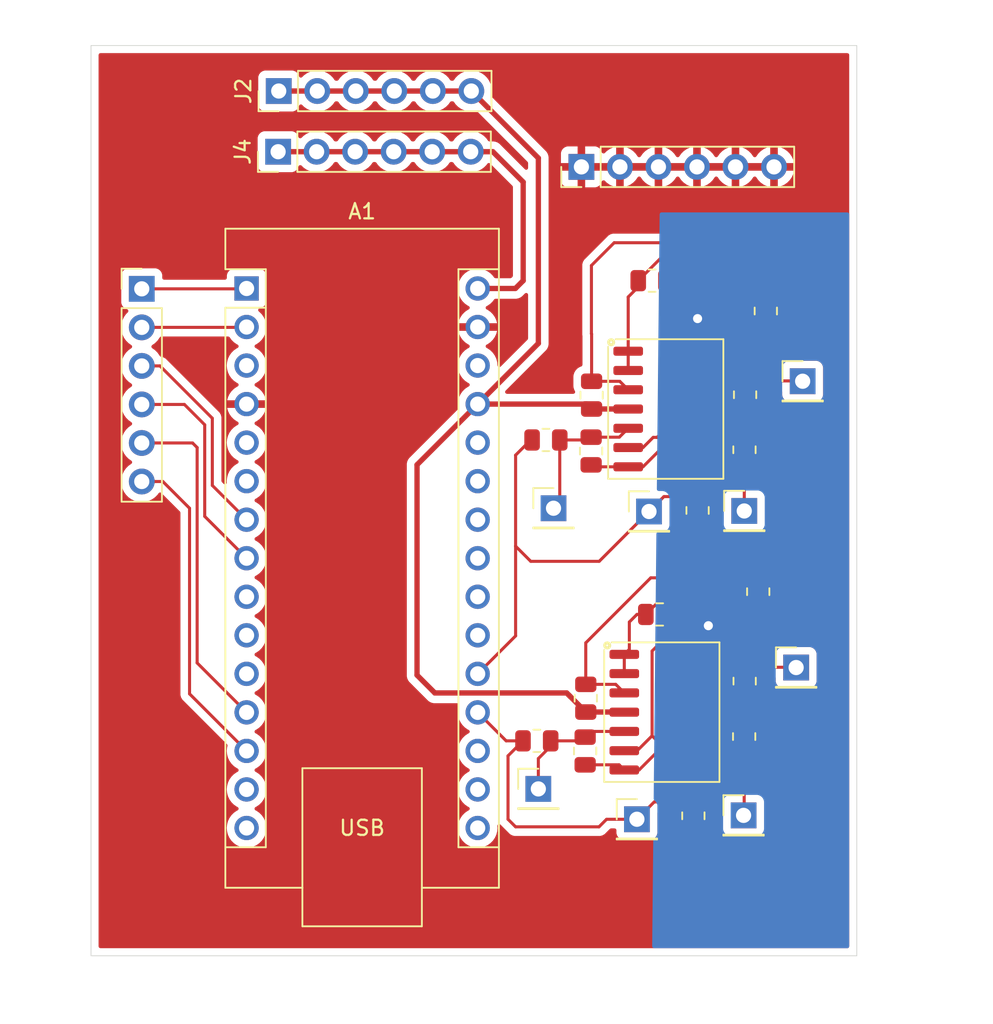
<source format=kicad_pcb>
(kicad_pcb (version 20240108) (generator "pcbnew") (generator_version "8.0")
  (layers (0 "F.Cu" signal) (31 "B.Cu" signal) (34 "B.Paste" user) (35 "F.Paste" user) (36 "B.SilkS" user "B.Silkscreen") (37 "F.SilkS" user "F.Silkscreen") (38 "B.Mask" user) (39 "F.Mask" user) (44 "Edge.Cuts" user))
  (net 0 "")
  (net 1 "LED RED")
  (net 11 "+3.3V")
  (net 12 "OLED SCL")
  (net 17 "Servomoteur T")
  (net 18 "Servomoteur R")
  (net 20 "OLED SDA")
  (net 23 "LED GREEN")
  (net 26 "A1 - STM32")
  (net 27 "Net-(OUT_A1-Pin_1)")
  (net 28 "Net-(OUT_B1-Pin_1)")
  (net 29 "Net-(U1A-+)")
  (net 30 "GND")
  (net 31 "Net-(U1B--)")
  (net 32 "Net-(SENSOR1-Pin_1)")
  (net 33 "Net-(U1C-+)")
  (net 34 "+5V")
  (net 35 "Net-(U1D--)")
  (net 36 "A0 - STM32")
  (net 37 "Net-(OUT_A2-Pin_1)")
  (net 38 "Net-(OUT_B2-Pin_1)")
  (net 39 "Net-(U2A-+)")
  (net 40 "Net-(U2B--)")
  (net 41 "Net-(SENSOR2-Pin_1)")
  (net 42 "Net-(U2C-+)")
  (net 43 "Net-(U2D--)")
  (footprint "Resistor_SMD:R_0805_2012Metric" (layer "F.Cu") (at 115.572477 68.548684 90)
    (property "Reference" "R4" (hide yes))
    (property "Value" "1k" (hide yes))
    (fp_line (start -0.227064 -0.735) (end 0.227064 -0.735) (stroke (width 0.12)) (layer "F.SilkS"))
    (fp_line (start -0.227064 0.735) (end 0.227064 0.735) (stroke (width 0.12)) (layer "F.SilkS"))
    (pad "1" smd roundrect (at -0.9125 0 90) (size 1.025 1.4) (layers "F.Cu" "F.Paste" "F.Mask") (roundrect_rratio 0.243902) (net 28 "Net-(OUT_B1-Pin_1)"))
    (pad "2" smd roundrect (at 0.9125 0 90) (size 1.025 1.4) (layers "F.Cu" "F.Paste" "F.Mask") (roundrect_rratio 0.243902) (net 31 "Net-(U1B--)"))
  )
  (footprint "PCM_Package_SO_AKL:SOIC-14_3.9x8.7mm_P1.27mm" (layer "F.Cu") (at 110.142996 66.941439)
    (property "Reference" "U1" (hide yes))
    (property "Value" "ADA4622-4ARZ" (hide yes))
    (fp_line (start -3.8 -4.1) (end -3.8 4.6) (stroke (width 0.12)) (layer "F.SilkS"))
    (fp_line (start -3.8 4.6) (end 3.8 4.6) (stroke (width 0.12)) (layer "F.SilkS"))
    (fp_line (start 3.8 -4.6) (end -3.3 -4.6) (stroke (width 0.12)) (layer "F.SilkS"))
    (fp_line (start 3.8 4.6) (end 3.8 -4.6) (stroke (width 0.12)) (layer "F.SilkS"))
    (fp_circle (center -3.6 -4.4) (end -3.5365 -4.4) (stroke (width 0.2)) (fill none) (layer "F.SilkS"))
    (pad "1" smd roundrect (at -2.475 -3.81) (size 1.95 0.6) (layers "F.Cu" "F.Paste" "F.Mask") (net 27 "Net-(OUT_A1-Pin_1)"))
    (pad "2" smd roundrect (at -2.475 -2.54) (size 1.95 0.6) (layers "F.Cu" "F.Paste" "F.Mask") (net 27 "Net-(OUT_A1-Pin_1)"))
    (pad "3" smd roundrect (at -2.475 -1.27) (size 1.95 0.6) (layers "F.Cu" "F.Paste" "F.Mask") (net 29 "Net-(U1A-+)"))
    (pad "4" smd roundrect (at -2.475 0) (size 1.95 0.6) (layers "F.Cu" "F.Paste" "F.Mask") (net 34 "+5V"))
    (pad "5" smd roundrect (at -2.475 1.27) (size 1.95 0.6) (layers "F.Cu" "F.Paste" "F.Mask") (net 32 "Net-(SENSOR1-Pin_1)"))
    (pad "6" smd roundrect (at -2.475 2.54) (size 1.95 0.6) (layers "F.Cu" "F.Paste" "F.Mask") (net 31 "Net-(U1B--)"))
    (pad "7" smd roundrect (at -2.475 3.81) (size 1.95 0.6) (layers "F.Cu" "F.Paste" "F.Mask") (net 28 "Net-(OUT_B1-Pin_1)"))
    (pad "8" smd roundrect (at 2.475 3.81) (size 1.95 0.6) (layers "F.Cu" "F.Paste" "F.Mask") (net 36 "A0 - STM32"))
    (pad "9" smd roundrect (at 2.475 2.54) (size 1.95 0.6) (layers "F.Cu" "F.Paste" "F.Mask") (net 28 "Net-(OUT_B1-Pin_1)"))
    (pad "10" smd roundrect (at 2.475 1.27) (size 1.95 0.6) (layers "F.Cu" "F.Paste" "F.Mask") (net 33 "Net-(U1C-+)"))
    (pad "11" smd roundrect (at 2.475 0) (size 1.95 0.6) (layers "F.Cu" "F.Paste" "F.Mask") (net 30 "GND"))
    (pad "12" smd roundrect (at 2.475 -1.27) (size 1.95 0.6) (layers "F.Cu" "F.Paste" "F.Mask") (net 30 "GND"))
    (pad "13" smd roundrect (at 2.475 -2.54) (size 1.95 0.6) (layers "F.Cu" "F.Paste" "F.Mask") (net 35 "Net-(U1D--)"))
    (pad "14" smd roundrect (at 2.475 -3.81) (size 1.95 0.6) (layers "F.Cu" "F.Paste" "F.Mask") (net 35 "Net-(U1D--)"))
  )
  (footprint "Resistor_SMD:R_0805_2012Metric" (layer "F.Cu") (at 115.592136 49.645966 90)
    (property "Reference" "R13" (hide yes))
    (property "Value" "1k" (hide yes))
    (fp_line (start -0.227064 -0.735) (end 0.227064 -0.735) (stroke (width 0.12)) (layer "F.SilkS"))
    (fp_line (start -0.227064 0.735) (end 0.227064 0.735) (stroke (width 0.12)) (layer "F.SilkS"))
    (pad "1" smd roundrect (at -0.9125 0 90) (size 1.025 1.4) (layers "F.Cu" "F.Paste" "F.Mask") (roundrect_rratio 0.243902) (net 38 "Net-(OUT_B2-Pin_1)"))
    (pad "2" smd roundrect (at 0.9125 0 90) (size 1.025 1.4) (layers "F.Cu" "F.Paste" "F.Mask") (roundrect_rratio 0.243902) (net 40 "Net-(U2B--)"))
  )
  (footprint "Connector_PinHeader_2.54mm:PinHeader_1x01_P2.54mm_Vertical" (layer "F.Cu") (at 115.533159 73.744347)
    (property "Reference" "OUT_B1" (hide yes))
    (property "Value" "Conn_01x01_Pin" (hide yes))
    (fp_line (start -1.33 -1.33) (end 0 -1.33) (stroke (width 0.12)) (layer "F.SilkS"))
    (fp_line (start -1.33 0) (end -1.33 -1.33) (stroke (width 0.12)) (layer "F.SilkS"))
    (fp_line (start -1.33 1.27) (end -1.33 1.33) (stroke (width 0.12)) (layer "F.SilkS"))
    (fp_line (start -1.33 1.27) (end 1.33 1.27) (stroke (width 0.12)) (layer "F.SilkS"))
    (fp_line (start -1.33 1.33) (end 1.33 1.33) (stroke (width 0.12)) (layer "F.SilkS"))
    (fp_line (start 1.33 1.27) (end 1.33 1.33) (stroke (width 0.12)) (layer "F.SilkS"))
    (pad "1" thru_hole rect (at 0 0) (size 1.7 1.7) (drill 1) (layers "*.Cu" "*.Mask") (net 28 "Net-(OUT_B1-Pin_1)"))
  )
  (footprint "Connector_PinHeader_2.54mm:PinHeader_1x01_P2.54mm_Vertical" (layer "F.Cu") (at 119 64)
    (property "Reference" "OUT_A1" (hide yes))
    (property "Value" "Conn_01x01_Pin" (hide yes))
    (fp_line (start -1.33 -1.33) (end 0 -1.33) (stroke (width 0.12)) (layer "F.SilkS"))
    (fp_line (start -1.33 0) (end -1.33 -1.33) (stroke (width 0.12)) (layer "F.SilkS"))
    (fp_line (start -1.33 1.27) (end -1.33 1.33) (stroke (width 0.12)) (layer "F.SilkS"))
    (fp_line (start -1.33 1.27) (end 1.33 1.27) (stroke (width 0.12)) (layer "F.SilkS"))
    (fp_line (start -1.33 1.33) (end 1.33 1.33) (stroke (width 0.12)) (layer "F.SilkS"))
    (fp_line (start 1.33 1.27) (end 1.33 1.33) (stroke (width 0.12)) (layer "F.SilkS"))
    (pad "1" thru_hole rect (at 0 0) (size 1.7 1.7) (drill 1) (layers "*.Cu" "*.Mask") (net 27 "Net-(OUT_A1-Pin_1)"))
  )
  (footprint "Connector_PinHeader_2.54mm:PinHeader_1x01_P2.54mm_Vertical" (layer "F.Cu") (at 115.57903 53.679435)
    (property "Reference" "OUT_B2" (hide yes))
    (property "Value" "Conn_01x01_Pin" (hide yes))
    (fp_line (start -1.33 -1.33) (end 0 -1.33) (stroke (width 0.12)) (layer "F.SilkS"))
    (fp_line (start -1.33 0) (end -1.33 -1.33) (stroke (width 0.12)) (layer "F.SilkS"))
    (fp_line (start -1.33 1.27) (end -1.33 1.33) (stroke (width 0.12)) (layer "F.SilkS"))
    (fp_line (start -1.33 1.27) (end 1.33 1.27) (stroke (width 0.12)) (layer "F.SilkS"))
    (fp_line (start -1.33 1.33) (end 1.33 1.33) (stroke (width 0.12)) (layer "F.SilkS"))
    (fp_line (start 1.33 1.27) (end 1.33 1.33) (stroke (width 0.12)) (layer "F.SilkS"))
    (pad "1" thru_hole rect (at 0 0) (size 1.7 1.7) (drill 1) (layers "*.Cu" "*.Mask") (net 38 "Net-(OUT_B2-Pin_1)"))
  )
  (footprint "Connector_PinHeader_2.54mm:PinHeader_1x06_P2.54mm_Vertical" (layer "F.Cu") (at 84.88 26 90)
    (property "Reference" "J2" (at 0 -2.33 270) (layer "F.SilkS"))
    (property "Value" "Conn_01x06_Pin" (hide yes))
    (fp_line (start -1.33 -1.33) (end 0 -1.33) (stroke (width 0.12)) (layer "F.SilkS"))
    (fp_line (start -1.33 0) (end -1.33 -1.33) (stroke (width 0.12)) (layer "F.SilkS"))
    (fp_line (start 1.33 1.27) (end 1.33 14.03) (stroke (width 0.12)) (layer "F.SilkS"))
    (fp_line (start -1.33 1.27) (end 1.33 1.27) (stroke (width 0.12)) (layer "F.SilkS"))
    (fp_line (start -1.33 1.27) (end -1.33 14.03) (stroke (width 0.12)) (layer "F.SilkS"))
    (fp_line (start -1.33 14.03) (end 1.33 14.03) (stroke (width 0.12)) (layer "F.SilkS"))
    (pad "1" thru_hole rect (at 0 0 90) (size 1.7 1.7) (drill 1) (layers "*.Cu" "*.Mask") (net 34 "+5V"))
    (pad "2" thru_hole oval (at 0 2.54 90) (size 1.7 1.7) (drill 1) (layers "*.Cu" "*.Mask") (net 34 "+5V"))
    (pad "3" thru_hole oval (at 0 5.08 90) (size 1.7 1.7) (drill 1) (layers "*.Cu" "*.Mask") (net 34 "+5V"))
    (pad "4" thru_hole oval (at 0 7.62 90) (size 1.7 1.7) (drill 1) (layers "*.Cu" "*.Mask") (net 34 "+5V"))
    (pad "5" thru_hole oval (at 0 10.16 90) (size 1.7 1.7) (drill 1) (layers "*.Cu" "*.Mask") (net 34 "+5V"))
    (pad "6" thru_hole oval (at 0 12.7 90) (size 1.7 1.7) (drill 1) (layers "*.Cu" "*.Mask") (net 34 "+5V"))
  )
  (footprint "Connector_PinHeader_2.54mm:PinHeader_1x06_P2.54mm_Vertical" (layer "F.Cu") (at 104.84 31 90)
    (property "Reference" "J3" (hide yes))
    (property "Value" "Conn_01x06_Pin" (hide yes))
    (fp_line (start -1.33 -1.33) (end 0 -1.33) (stroke (width 0.12)) (layer "F.SilkS"))
    (fp_line (start -1.33 0) (end -1.33 -1.33) (stroke (width 0.12)) (layer "F.SilkS"))
    (fp_line (start 1.33 1.27) (end 1.33 14.03) (stroke (width 0.12)) (layer "F.SilkS"))
    (fp_line (start -1.33 1.27) (end 1.33 1.27) (stroke (width 0.12)) (layer "F.SilkS"))
    (fp_line (start -1.33 1.27) (end -1.33 14.03) (stroke (width 0.12)) (layer "F.SilkS"))
    (fp_line (start -1.33 14.03) (end 1.33 14.03) (stroke (width 0.12)) (layer "F.SilkS"))
    (pad "1" thru_hole rect (at 0 0 90) (size 1.7 1.7) (drill 1) (layers "*.Cu" "*.Mask") (net 30 "GND"))
    (pad "2" thru_hole oval (at 0 2.54 90) (size 1.7 1.7) (drill 1) (layers "*.Cu" "*.Mask") (net 30 "GND"))
    (pad "3" thru_hole oval (at 0 5.08 90) (size 1.7 1.7) (drill 1) (layers "*.Cu" "*.Mask") (net 30 "GND"))
    (pad "4" thru_hole oval (at 0 7.62 90) (size 1.7 1.7) (drill 1) (layers "*.Cu" "*.Mask") (net 30 "GND"))
    (pad "5" thru_hole oval (at 0 10.16 90) (size 1.7 1.7) (drill 1) (layers "*.Cu" "*.Mask") (net 30 "GND"))
    (pad "6" thru_hole oval (at 0 12.7 90) (size 1.7 1.7) (drill 1) (layers "*.Cu" "*.Mask") (net 30 "GND"))
  )
  (footprint "Resistor_SMD:R_0805_2012Metric" (layer "F.Cu") (at 102.5 49)
    (property "Reference" "R12" (hide yes))
    (property "Value" "1M" (hide yes))
    (fp_line (start -0.227064 -0.735) (end 0.227064 -0.735) (stroke (width 0.12)) (layer "F.SilkS"))
    (fp_line (start -0.227064 0.735) (end 0.227064 0.735) (stroke (width 0.12)) (layer "F.SilkS"))
    (pad "1" smd roundrect (at -0.9125 0) (size 1.025 1.4) (layers "F.Cu" "F.Paste" "F.Mask") (roundrect_rratio 0.243902) (net 26 "A1 - STM32"))
    (pad "2" smd roundrect (at 0.9125 0) (size 1.025 1.4) (layers "F.Cu" "F.Paste" "F.Mask") (roundrect_rratio 0.243902) (net 41 "Net-(SENSOR2-Pin_1)"))
  )
  (footprint "Connector_PinHeader_2.54mm:PinHeader_1x01_P2.54mm_Vertical" (layer "F.Cu") (at 103 53.5)
    (property "Reference" "SENSOR2" (hide yes))
    (property "Value" "Conn_01x01_Pin" (hide yes))
    (fp_line (start -1.33 -1.33) (end 0 -1.33) (stroke (width 0.12)) (layer "F.SilkS"))
    (fp_line (start -1.33 0) (end -1.33 -1.33) (stroke (width 0.12)) (layer "F.SilkS"))
    (fp_line (start -1.33 1.27) (end -1.33 1.33) (stroke (width 0.12)) (layer "F.SilkS"))
    (fp_line (start -1.33 1.27) (end 1.33 1.27) (stroke (width 0.12)) (layer "F.SilkS"))
    (fp_line (start -1.33 1.33) (end 1.33 1.33) (stroke (width 0.12)) (layer "F.SilkS"))
    (fp_line (start 1.33 1.27) (end 1.33 1.33) (stroke (width 0.12)) (layer "F.SilkS"))
    (pad "1" thru_hole rect (at 0 0) (size 1.7 1.7) (drill 1) (layers "*.Cu" "*.Mask") (net 41 "Net-(SENSOR2-Pin_1)"))
  )
  (footprint "Resistor_SMD:R_0805_2012Metric" (layer "F.Cu") (at 115.634004 46.019087 -90)
    (property "Reference" "R15" (hide yes))
    (property "Value" "10k" (hide yes))
    (fp_line (start -0.227064 0.735) (end 0.227064 0.735) (stroke (width 0.12)) (layer "F.SilkS"))
    (fp_line (start -0.227064 -0.735) (end 0.227064 -0.735) (stroke (width 0.12)) (layer "F.SilkS"))
    (pad "1" smd roundrect (at -0.9125 0 270) (size 1.025 1.4) (layers "F.Cu" "F.Paste" "F.Mask") (roundrect_rratio 0.243902) (net 37 "Net-(OUT_A2-Pin_1)"))
    (pad "2" smd roundrect (at 0.9125 0 270) (size 1.025 1.4) (layers "F.Cu" "F.Paste" "F.Mask") (roundrect_rratio 0.243902) (net 42 "Net-(U2C-+)"))
  )
  (footprint "Resistor_SMD:R_0805_2012Metric" (layer "F.Cu") (at 117 40.5 -90)
    (property "Reference" "R10" (hide yes))
    (property "Value" "10k" (hide yes))
    (fp_line (start -0.227064 0.735) (end 0.227064 0.735) (stroke (width 0.12)) (layer "F.SilkS"))
    (fp_line (start -0.227064 -0.735) (end 0.227064 -0.735) (stroke (width 0.12)) (layer "F.SilkS"))
    (pad "1" smd roundrect (at -0.9125 0 270) (size 1.025 1.4) (layers "F.Cu" "F.Paste" "F.Mask") (roundrect_rratio 0.243902) (net 39 "Net-(U2A-+)"))
    (pad "2" smd roundrect (at 0.9125 0 270) (size 1.025 1.4) (layers "F.Cu" "F.Paste" "F.Mask") (roundrect_rratio 0.243902) (net 30 "GND"))
  )
  (footprint "Resistor_SMD:R_0805_2012Metric" (layer "F.Cu") (at 109.5 38.5 180)
    (property "Reference" "R11" (hide yes))
    (property "Value" "1k" (hide yes))
    (fp_line (start -0.227064 0.735) (end 0.227064 0.735) (stroke (width 0.12)) (layer "F.SilkS"))
    (fp_line (start -0.227064 -0.735) (end 0.227064 -0.735) (stroke (width 0.12)) (layer "F.SilkS"))
    (pad "1" smd roundrect (at -0.9125 0 180) (size 1.025 1.4) (layers "F.Cu" "F.Paste" "F.Mask") (roundrect_rratio 0.243902) (net 40 "Net-(U2B--)"))
    (pad "2" smd roundrect (at 0.9125 0 180) (size 1.025 1.4) (layers "F.Cu" "F.Paste" "F.Mask") (roundrect_rratio 0.243902) (net 37 "Net-(OUT_A2-Pin_1)"))
  )
  (footprint "Resistor_SMD:R_0805_2012Metric" (layer "F.Cu") (at 105.511962 46.04543 90)
    (property "Reference" "R9" (hide yes))
    (property "Value" "10k")
    (fp_line (start -0.227064 -0.735) (end 0.227064 -0.735) (stroke (width 0.12)) (layer "F.SilkS"))
    (fp_line (start -0.227064 0.735) (end 0.227064 0.735) (stroke (width 0.12)) (layer "F.SilkS"))
    (pad "1" smd roundrect (at -0.9125 0 90) (size 1.025 1.4) (layers "F.Cu" "F.Paste" "F.Mask") (roundrect_rratio 0.243902) (net 34 "+5V"))
    (pad "2" smd roundrect (at 0.9125 0 90) (size 1.025 1.4) (layers "F.Cu" "F.Paste" "F.Mask") (roundrect_rratio 0.243902) (net 39 "Net-(U2A-+)"))
  )
  (footprint "Resistor_SMD:R_0805_2012Metric" (layer "F.Cu") (at 105.085892 69.498987 -90)
    (property "Reference" "R5" (hide yes))
    (property "Value" "1M" (hide yes))
    (fp_line (start -0.227064 0.735) (end 0.227064 0.735) (stroke (width 0.12)) (layer "F.SilkS"))
    (fp_line (start -0.227064 -0.735) (end 0.227064 -0.735) (stroke (width 0.12)) (layer "F.SilkS"))
    (pad "1" smd roundrect (at -0.9125 0 270) (size 1.025 1.4) (layers "F.Cu" "F.Paste" "F.Mask") (roundrect_rratio 0.243902) (net 32 "Net-(SENSOR1-Pin_1)"))
    (pad "2" smd roundrect (at 0.9125 0 270) (size 1.025 1.4) (layers "F.Cu" "F.Paste" "F.Mask") (roundrect_rratio 0.243902) (net 28 "Net-(OUT_B1-Pin_1)"))
  )
  (footprint "Resistor_SMD:R_0805_2012Metric" (layer "F.Cu") (at 105.479637 49.728428 -90)
    (property "Reference" "R14" (hide yes))
    (property "Value" "1M" (hide yes))
    (fp_line (start -0.227064 0.735) (end 0.227064 0.735) (stroke (width 0.12)) (layer "F.SilkS"))
    (fp_line (start -0.227064 -0.735) (end 0.227064 -0.735) (stroke (width 0.12)) (layer "F.SilkS"))
    (pad "1" smd roundrect (at -0.9125 0 270) (size 1.025 1.4) (layers "F.Cu" "F.Paste" "F.Mask") (roundrect_rratio 0.243902) (net 41 "Net-(SENSOR2-Pin_1)"))
    (pad "2" smd roundrect (at 0.9125 0 270) (size 1.025 1.4) (layers "F.Cu" "F.Paste" "F.Mask") (roundrect_rratio 0.243902) (net 38 "Net-(OUT_B2-Pin_1)"))
  )
  (footprint "Connector_PinHeader_2.54mm:PinHeader_1x01_P2.54mm_Vertical" (layer "F.Cu") (at 119.42906 45.128262)
    (property "Reference" "OUT_A2" (hide yes))
    (property "Value" "Conn_01x01_Pin" (hide yes))
    (fp_line (start -1.33 -1.33) (end 0 -1.33) (stroke (width 0.12)) (layer "F.SilkS"))
    (fp_line (start -1.33 0) (end -1.33 -1.33) (stroke (width 0.12)) (layer "F.SilkS"))
    (fp_line (start -1.33 1.27) (end -1.33 1.33) (stroke (width 0.12)) (layer "F.SilkS"))
    (fp_line (start -1.33 1.27) (end 1.33 1.27) (stroke (width 0.12)) (layer "F.SilkS"))
    (fp_line (start -1.33 1.33) (end 1.33 1.33) (stroke (width 0.12)) (layer "F.SilkS"))
    (fp_line (start 1.33 1.27) (end 1.33 1.33) (stroke (width 0.12)) (layer "F.SilkS"))
    (pad "1" thru_hole rect (at 0 0) (size 1.7 1.7) (drill 1) (layers "*.Cu" "*.Mask") (net 37 "Net-(OUT_A2-Pin_1)"))
  )
  (footprint "Connector_PinHeader_2.54mm:PinHeader_1x01_P2.54mm_Vertical" (layer "F.Cu") (at 108.5 74)
    (property "Reference" "GPIO1" (hide yes))
    (property "Value" "Conn_01x01_Pin" (hide yes))
    (fp_line (start -1.33 -1.33) (end 0 -1.33) (stroke (width 0.12)) (layer "F.SilkS"))
    (fp_line (start -1.33 0) (end -1.33 -1.33) (stroke (width 0.12)) (layer "F.SilkS"))
    (fp_line (start -1.33 1.27) (end -1.33 1.33) (stroke (width 0.12)) (layer "F.SilkS"))
    (fp_line (start -1.33 1.27) (end 1.33 1.27) (stroke (width 0.12)) (layer "F.SilkS"))
    (fp_line (start -1.33 1.33) (end 1.33 1.33) (stroke (width 0.12)) (layer "F.SilkS"))
    (fp_line (start 1.33 1.27) (end 1.33 1.33) (stroke (width 0.12)) (layer "F.SilkS"))
    (pad "1" thru_hole rect (at 0 0) (size 1.7 1.7) (drill 1) (layers "*.Cu" "*.Mask") (net 36 "A0 - STM32"))
  )
  (footprint "Resistor_SMD:R_0805_2012Metric" (layer "F.Cu") (at 115.60423 64.894757 -90)
    (property "Reference" "R8" (hide yes))
    (property "Value" "10k" (hide yes))
    (fp_line (start -0.227064 0.735) (end 0.227064 0.735) (stroke (width 0.12)) (layer "F.SilkS"))
    (fp_line (start -0.227064 -0.735) (end 0.227064 -0.735) (stroke (width 0.12)) (layer "F.SilkS"))
    (pad "1" smd roundrect (at -0.9125 0 270) (size 1.025 1.4) (layers "F.Cu" "F.Paste" "F.Mask") (roundrect_rratio 0.243902) (net 27 "Net-(OUT_A1-Pin_1)"))
    (pad "2" smd roundrect (at 0.9125 0 270) (size 1.025 1.4) (layers "F.Cu" "F.Paste" "F.Mask") (roundrect_rratio 0.243902) (net 33 "Net-(U1C-+)"))
  )
  (footprint "Resistor_SMD:R_0805_2012Metric" (layer "F.Cu") (at 112.5 53.644954 90)
    (property "Reference" "R16" (hide yes))
    (property "Value" "10k" (hide yes))
    (fp_line (start -0.227064 -0.735) (end 0.227064 -0.735) (stroke (width 0.12)) (layer "F.SilkS"))
    (fp_line (start -0.227064 0.735) (end 0.227064 0.735) (stroke (width 0.12)) (layer "F.SilkS"))
    (pad "1" smd roundrect (at -0.9125 0 90) (size 1.025 1.4) (layers "F.Cu" "F.Paste" "F.Mask") (roundrect_rratio 0.243902) (net 42 "Net-(U2C-+)"))
    (pad "2" smd roundrect (at 0.9125 0 90) (size 1.025 1.4) (layers "F.Cu" "F.Paste" "F.Mask") (roundrect_rratio 0.243902) (net 26 "A1 - STM32"))
  )
  (footprint "PCM_Package_SO_AKL:SOIC-14_3.9x8.7mm_P1.27mm" (layer "F.Cu") (at 110.400455 46.96)
    (property "Reference" "U2" (hide yes))
    (property "Value" "ADA4622-4ARZ" (hide yes))
    (fp_line (start -3.8 -4.1) (end -3.8 4.6) (stroke (width 0.12)) (layer "F.SilkS"))
    (fp_line (start -3.8 4.6) (end 3.8 4.6) (stroke (width 0.12)) (layer "F.SilkS"))
    (fp_line (start 3.8 -4.6) (end -3.3 -4.6) (stroke (width 0.12)) (layer "F.SilkS"))
    (fp_line (start 3.8 4.6) (end 3.8 -4.6) (stroke (width 0.12)) (layer "F.SilkS"))
    (fp_circle (center -3.6 -4.4) (end -3.5365 -4.4) (stroke (width 0.2)) (fill none) (layer "F.SilkS"))
    (pad "1" smd roundrect (at -2.475 -3.81) (size 1.95 0.6) (layers "F.Cu" "F.Paste" "F.Mask") (net 37 "Net-(OUT_A2-Pin_1)"))
    (pad "2" smd roundrect (at -2.475 -2.54) (size 1.95 0.6) (layers "F.Cu" "F.Paste" "F.Mask") (net 37 "Net-(OUT_A2-Pin_1)"))
    (pad "3" smd roundrect (at -2.475 -1.27) (size 1.95 0.6) (layers "F.Cu" "F.Paste" "F.Mask") (net 39 "Net-(U2A-+)"))
    (pad "4" smd roundrect (at -2.475 0) (size 1.95 0.6) (layers "F.Cu" "F.Paste" "F.Mask") (net 34 "+5V"))
    (pad "5" smd roundrect (at -2.475 1.27) (size 1.95 0.6) (layers "F.Cu" "F.Paste" "F.Mask") (net 41 "Net-(SENSOR2-Pin_1)"))
    (pad "6" smd roundrect (at -2.475 2.54) (size 1.95 0.6) (layers "F.Cu" "F.Paste" "F.Mask") (net 40 "Net-(U2B--)"))
    (pad "7" smd roundrect (at -2.475 3.81) (size 1.95 0.6) (layers "F.Cu" "F.Paste" "F.Mask") (net 38 "Net-(OUT_B2-Pin_1)"))
    (pad "8" smd roundrect (at 2.475 3.81) (size 1.95 0.6) (layers "F.Cu" "F.Paste" "F.Mask") (net 26 "A1 - STM32"))
    (pad "9" smd roundrect (at 2.475 2.54) (size 1.95 0.6) (layers "F.Cu" "F.Paste" "F.Mask") (net 38 "Net-(OUT_B2-Pin_1)"))
    (pad "10" smd roundrect (at 2.475 1.27) (size 1.95 0.6) (layers "F.Cu" "F.Paste" "F.Mask") (net 42 "Net-(U2C-+)"))
    (pad "11" smd roundrect (at 2.475 0) (size 1.95 0.6) (layers "F.Cu" "F.Paste" "F.Mask") (net 30 "GND"))
    (pad "12" smd roundrect (at 2.475 -1.27) (size 1.95 0.6) (layers "F.Cu" "F.Paste" "F.Mask") (net 30 "GND"))
    (pad "13" smd roundrect (at 2.475 -2.54) (size 1.95 0.6) (layers "F.Cu" "F.Paste" "F.Mask") (net 43 "Net-(U2D--)"))
    (pad "14" smd roundrect (at 2.475 -3.81) (size 1.95 0.6) (layers "F.Cu" "F.Paste" "F.Mask") (net 43 "Net-(U2D--)"))
  )
  (footprint "Resistor_SMD:R_0805_2012Metric" (layer "F.Cu") (at 105.128023 66.020362 90)
    (property "Reference" "R1" (hide yes))
    (property "Value" "10k" (hide yes))
    (fp_line (start -0.227064 -0.735) (end 0.227064 -0.735) (stroke (width 0.12)) (layer "F.SilkS"))
    (fp_line (start -0.227064 0.735) (end 0.227064 0.735) (stroke (width 0.12)) (layer "F.SilkS"))
    (pad "1" smd roundrect (at -0.9125 0 90) (size 1.025 1.4) (layers "F.Cu" "F.Paste" "F.Mask") (roundrect_rratio 0.243902) (net 34 "+5V"))
    (pad "2" smd roundrect (at 0.9125 0 90) (size 1.025 1.4) (layers "F.Cu" "F.Paste" "F.Mask") (roundrect_rratio 0.243902) (net 29 "Net-(U1A-+)"))
  )
  (footprint "Resistor_SMD:R_0805_2012Metric" (layer "F.Cu") (at 110 60.5 180)
    (property "Reference" "R3" (hide yes))
    (property "Value" "1k" (hide yes))
    (fp_line (start -0.227064 0.735) (end 0.227064 0.735) (stroke (width 0.12)) (layer "F.SilkS"))
    (fp_line (start -0.227064 -0.735) (end 0.227064 -0.735) (stroke (width 0.12)) (layer "F.SilkS"))
    (pad "1" smd roundrect (at -0.9125 0 180) (size 1.025 1.4) (layers "F.Cu" "F.Paste" "F.Mask") (roundrect_rratio 0.243902) (net 31 "Net-(U1B--)"))
    (pad "2" smd roundrect (at 0.9125 0 180) (size 1.025 1.4) (layers "F.Cu" "F.Paste" "F.Mask") (roundrect_rratio 0.243902) (net 27 "Net-(OUT_A1-Pin_1)"))
  )
  (footprint "Resistor_SMD:R_0805_2012Metric" (layer "F.Cu") (at 112.222578 73.771262 90)
    (property "Reference" "R7" (hide yes))
    (property "Value" "10k" (hide yes))
    (fp_line (start -0.227064 -0.735) (end 0.227064 -0.735) (stroke (width 0.12)) (layer "F.SilkS"))
    (fp_line (start -0.227064 0.735) (end 0.227064 0.735) (stroke (width 0.12)) (layer "F.SilkS"))
    (pad "1" smd roundrect (at -0.9125 0 90) (size 1.025 1.4) (layers "F.Cu" "F.Paste" "F.Mask") (roundrect_rratio 0.243902) (net 33 "Net-(U1C-+)"))
    (pad "2" smd roundrect (at 0.9125 0 90) (size 1.025 1.4) (layers "F.Cu" "F.Paste" "F.Mask") (roundrect_rratio 0.243902) (net 36 "A0 - STM32"))
  )
  (footprint "Resistor_SMD:R_0805_2012Metric" (layer "F.Cu") (at 116.5 59 -90)
    (property "Reference" "R2" (hide yes))
    (property "Value" "10k" (hide yes))
    (fp_line (start -0.227064 0.735) (end 0.227064 0.735) (stroke (width 0.12)) (layer "F.SilkS"))
    (fp_line (start -0.227064 -0.735) (end 0.227064 -0.735) (stroke (width 0.12)) (layer "F.SilkS"))
    (pad "1" smd roundrect (at -0.9125 0 270) (size 1.025 1.4) (layers "F.Cu" "F.Paste" "F.Mask") (roundrect_rratio 0.243902) (net 29 "Net-(U1A-+)"))
    (pad "2" smd roundrect (at 0.9125 0 270) (size 1.025 1.4) (layers "F.Cu" "F.Paste" "F.Mask") (roundrect_rratio 0.243902) (net 30 "GND"))
  )
  (footprint "Resistor_SMD:R_0805_2012Metric" (layer "F.Cu") (at 101.900607 68.832658)
    (property "Reference" "R6" (hide yes))
    (property "Value" "1M" (hide yes))
    (fp_line (start -0.227064 -0.735) (end 0.227064 -0.735) (stroke (width 0.12)) (layer "F.SilkS"))
    (fp_line (start -0.227064 0.735) (end 0.227064 0.735) (stroke (width 0.12)) (layer "F.SilkS"))
    (pad "1" smd roundrect (at -0.9125 0) (size 1.025 1.4) (layers "F.Cu" "F.Paste" "F.Mask") (roundrect_rratio 0.243902) (net 36 "A0 - STM32"))
    (pad "2" smd roundrect (at 0.9125 0) (size 1.025 1.4) (layers "F.Cu" "F.Paste" "F.Mask") (roundrect_rratio 0.243902) (net 32 "Net-(SENSOR1-Pin_1)"))
  )
  (footprint "Connector_PinHeader_2.54mm:PinHeader_1x06_P2.54mm_Vertical" (layer "F.Cu") (at 75.848047 39.038633)
    (property "Reference" "J1" (hide yes))
    (property "Value" "Conn_01x06_Pin" (hide yes))
    (fp_line (start -1.33 -1.33) (end 0 -1.33) (stroke (width 0.12)) (layer "F.SilkS"))
    (fp_line (start -1.33 0) (end -1.33 -1.33) (stroke (width 0.12)) (layer "F.SilkS"))
    (fp_line (start -1.33 1.27) (end -1.33 14.03) (stroke (width 0.12)) (layer "F.SilkS"))
    (fp_line (start -1.33 1.27) (end 1.33 1.27) (stroke (width 0.12)) (layer "F.SilkS"))
    (fp_line (start -1.33 14.03) (end 1.33 14.03) (stroke (width 0.12)) (layer "F.SilkS"))
    (fp_line (start 1.33 1.27) (end 1.33 14.03) (stroke (width 0.12)) (layer "F.SilkS"))
    (pad "1" thru_hole rect (at 0 0) (size 1.7 1.7) (drill 1) (layers "*.Cu" "*.Mask") (net 17 "Servomoteur T"))
    (pad "2" thru_hole oval (at 0 2.54) (size 1.7 1.7) (drill 1) (layers "*.Cu" "*.Mask") (net 18 "Servomoteur R"))
    (pad "3" thru_hole oval (at 0 5.08) (size 1.7 1.7) (drill 1) (layers "*.Cu" "*.Mask") (net 20 "OLED SDA"))
    (pad "4" thru_hole oval (at 0 7.62) (size 1.7 1.7) (drill 1) (layers "*.Cu" "*.Mask") (net 12 "OLED SCL"))
    (pad "5" thru_hole oval (at 0 10.16) (size 1.7 1.7) (drill 1) (layers "*.Cu" "*.Mask") (net 23 "LED GREEN"))
    (pad "6" thru_hole oval (at 0 12.7) (size 1.7 1.7) (drill 1) (layers "*.Cu" "*.Mask") (net 1 "LED RED"))
  )
  (footprint "Module:Arduino_Nano" (layer "F.Cu") (at 82.76 39.015)
    (property "Reference" "A1" (at 7.62 -5.08 0) (layer "F.SilkS"))
    (property "Value" "Arduino_Nano_v3.x" (hide yes))
    (fp_line (start -1.4 -3.94) (end -1.4 -1.27) (stroke (width 0.12)) (layer "F.SilkS"))
    (fp_line (start -1.4 1.27) (end -1.4 39.5) (stroke (width 0.12)) (layer "F.SilkS"))
    (fp_line (start -1.4 39.5) (end 3.68 39.5) (stroke (width 0.12)) (layer "F.SilkS"))
    (fp_line (start 1.27 -1.27) (end -1.4 -1.27) (stroke (width 0.12)) (layer "F.SilkS"))
    (fp_line (start 1.27 1.27) (end -1.4 1.27) (stroke (width 0.12)) (layer "F.SilkS"))
    (fp_line (start 1.27 1.27) (end 1.27 -1.27) (stroke (width 0.12)) (layer "F.SilkS"))
    (fp_line (start 1.27 1.27) (end 1.27 36.83) (stroke (width 0.12)) (layer "F.SilkS"))
    (fp_line (start 1.27 36.83) (end -1.4 36.83) (stroke (width 0.12)) (layer "F.SilkS"))
    (fp_line (start 3.68 31.62) (end 11.56 31.62) (stroke (width 0.12)) (layer "F.SilkS"))
    (fp_line (start 3.68 42.04) (end 3.68 31.62) (stroke (width 0.12)) (layer "F.SilkS"))
    (fp_line (start 11.56 31.62) (end 11.56 42.04) (stroke (width 0.12)) (layer "F.SilkS"))
    (fp_line (start 11.56 42.04) (end 3.68 42.04) (stroke (width 0.12)) (layer "F.SilkS"))
    (fp_line (start 13.97 -1.27) (end 13.97 36.83) (stroke (width 0.12)) (layer "F.SilkS"))
    (fp_line (start 13.97 -1.27) (end 16.64 -1.27) (stroke (width 0.12)) (layer "F.SilkS"))
    (fp_line (start 13.97 36.83) (end 16.64 36.83) (stroke (width 0.12)) (layer "F.SilkS"))
    (fp_line (start 16.64 -3.94) (end -1.4 -3.94) (stroke (width 0.12)) (layer "F.SilkS"))
    (fp_line (start 16.64 39.5) (end 11.56 39.5) (stroke (width 0.12)) (layer "F.SilkS"))
    (fp_line (start 16.64 39.5) (end 16.64 -3.94) (stroke (width 0.12)) (layer "F.SilkS"))
    (fp_text user "USB" (at 7.62 35.56 0) (layer "F.SilkS"))
    (pad "1" thru_hole rect (at 0 0) (size 1.6 1.6) (drill 1) (layers "*.Cu" "*.Mask") (net 17 "Servomoteur T"))
    (pad "2" thru_hole oval (at 0 2.54) (size 1.6 1.6) (drill 1) (layers "*.Cu" "*.Mask") (net 18 "Servomoteur R"))
    (pad "3" thru_hole oval (at 0 5.08) (size 1.6 1.6) (drill 1) (layers "*.Cu" "*.Mask"))
    (pad "4" thru_hole oval (at 0 7.62) (size 1.6 1.6) (drill 1) (layers "*.Cu" "*.Mask") (net 30 "GND"))
    (pad "5" thru_hole oval (at 0 10.16) (size 1.6 1.6) (drill 1) (layers "*.Cu" "*.Mask"))
    (pad "6" thru_hole oval (at 0 12.7) (size 1.6 1.6) (drill 1) (layers "*.Cu" "*.Mask"))
    (pad "7" thru_hole oval (at 0 15.24) (size 1.6 1.6) (drill 1) (layers "*.Cu" "*.Mask") (net 20 "OLED SDA"))
    (pad "8" thru_hole oval (at 0 17.78) (size 1.6 1.6) (drill 1) (layers "*.Cu" "*.Mask") (net 12 "OLED SCL"))
    (pad "9" thru_hole oval (at 0 20.32) (size 1.6 1.6) (drill 1) (layers "*.Cu" "*.Mask"))
    (pad "10" thru_hole oval (at 0 22.86) (size 1.6 1.6) (drill 1) (layers "*.Cu" "*.Mask"))
    (pad "11" thru_hole oval (at 0 25.4) (size 1.6 1.6) (drill 1) (layers "*.Cu" "*.Mask"))
    (pad "12" thru_hole oval (at 0 27.94) (size 1.6 1.6) (drill 1) (layers "*.Cu" "*.Mask") (net 23 "LED GREEN"))
    (pad "13" thru_hole oval (at 0 30.48) (size 1.6 1.6) (drill 1) (layers "*.Cu" "*.Mask") (net 1 "LED RED"))
    (pad "14" thru_hole oval (at 0 33.02) (size 1.6 1.6) (drill 1) (layers "*.Cu" "*.Mask"))
    (pad "15" thru_hole oval (at 0 35.56) (size 1.6 1.6) (drill 1) (layers "*.Cu" "*.Mask"))
    (pad "16" thru_hole oval (at 15.24 35.56) (size 1.6 1.6) (drill 1) (layers "*.Cu" "*.Mask"))
    (pad "17" thru_hole oval (at 15.24 33.02) (size 1.6 1.6) (drill 1) (layers "*.Cu" "*.Mask"))
    (pad "18" thru_hole oval (at 15.24 30.48) (size 1.6 1.6) (drill 1) (layers "*.Cu" "*.Mask"))
    (pad "19" thru_hole oval (at 15.24 27.94) (size 1.6 1.6) (drill 1) (layers "*.Cu" "*.Mask") (net 36 "A0 - STM32"))
    (pad "20" thru_hole oval (at 15.24 25.4) (size 1.6 1.6) (drill 1) (layers "*.Cu" "*.Mask") (net 26 "A1 - STM32"))
    (pad "21" thru_hole oval (at 15.24 22.86) (size 1.6 1.6) (drill 1) (layers "*.Cu" "*.Mask"))
    (pad "22" thru_hole oval (at 15.24 20.32) (size 1.6 1.6) (drill 1) (layers "*.Cu" "*.Mask"))
    (pad "23" thru_hole oval (at 15.24 17.78) (size 1.6 1.6) (drill 1) (layers "*.Cu" "*.Mask"))
    (pad "24" thru_hole oval (at 15.24 15.24) (size 1.6 1.6) (drill 1) (layers "*.Cu" "*.Mask"))
    (pad "25" thru_hole oval (at 15.24 12.7) (size 1.6 1.6) (drill 1) (layers "*.Cu" "*.Mask"))
    (pad "26" thru_hole oval (at 15.24 10.16) (size 1.6 1.6) (drill 1) (layers "*.Cu" "*.Mask"))
    (pad "27" thru_hole oval (at 15.24 7.62) (size 1.6 1.6) (drill 1) (layers "*.Cu" "*.Mask") (net 34 "+5V"))
    (pad "28" thru_hole oval (at 15.24 5.08) (size 1.6 1.6) (drill 1) (layers "*.Cu" "*.Mask"))
    (pad "29" thru_hole oval (at 15.24 2.54) (size 1.6 1.6) (drill 1) (layers "*.Cu" "*.Mask") (net 30 "GND"))
    (pad "30" thru_hole oval (at 15.24 0) (size 1.6 1.6) (drill 1) (layers "*.Cu" "*.Mask") (net 11 "+3.3V"))
  )
  (footprint "Connector_PinHeader_2.54mm:PinHeader_1x01_P2.54mm_Vertical" (layer "F.Cu") (at 102 72)
    (property "Reference" "SENSOR1" (hide yes))
    (property "Value" "Conn_01x01_Pin" (hide yes))
    (fp_line (start -1.33 -1.33) (end 0 -1.33) (stroke (width 0.12)) (layer "F.SilkS"))
    (fp_line (start -1.33 0) (end -1.33 -1.33) (stroke (width 0.12)) (layer "F.SilkS"))
    (fp_line (start -1.33 1.27) (end -1.33 1.33) (stroke (width 0.12)) (layer "F.SilkS"))
    (fp_line (start -1.33 1.27) (end 1.33 1.27) (stroke (width 0.12)) (layer "F.SilkS"))
    (fp_line (start -1.33 1.33) (end 1.33 1.33) (stroke (width 0.12)) (layer "F.SilkS"))
    (fp_line (start 1.33 1.27) (end 1.33 1.33) (stroke (width 0.12)) (layer "F.SilkS"))
    (pad "1" thru_hole rect (at 0 0) (size 1.7 1.7) (drill 1) (layers "*.Cu" "*.Mask") (net 32 "Net-(SENSOR1-Pin_1)"))
  )
  (footprint "Connector_PinHeader_2.54mm:PinHeader_1x01_P2.54mm_Vertical" (layer "F.Cu") (at 109.296772 53.715322)
    (property "Reference" "GPIO2" (hide yes))
    (property "Value" "Conn_01x01_Pin" (hide yes))
    (fp_line (start -1.33 -1.33) (end 0 -1.33) (stroke (width 0.12)) (layer "F.SilkS"))
    (fp_line (start -1.33 0) (end -1.33 -1.33) (stroke (width 0.12)) (layer "F.SilkS"))
    (fp_line (start -1.33 1.27) (end -1.33 1.33) (stroke (width 0.12)) (layer "F.SilkS"))
    (fp_line (start -1.33 1.27) (end 1.33 1.27) (stroke (width 0.12)) (layer "F.SilkS"))
    (fp_line (start -1.33 1.33) (end 1.33 1.33) (stroke (width 0.12)) (layer "F.SilkS"))
    (fp_line (start 1.33 1.27) (end 1.33 1.33) (stroke (width 0.12)) (layer "F.SilkS"))
    (pad "1" thru_hole rect (at 0 0) (size 1.7 1.7) (drill 1) (layers "*.Cu" "*.Mask") (net 26 "A1 - STM32"))
  )
  (footprint "Connector_PinHeader_2.54mm:PinHeader_1x06_P2.54mm_Vertical" (layer "F.Cu") (at 84.84 30 90)
    (property "Reference" "J4" (at 0 -2.33 270) (layer "F.SilkS"))
    (property "Value" "Conn_01x06_Pin" (hide yes))
    (fp_line (start -1.33 -1.33) (end 0 -1.33) (stroke (width 0.12)) (layer "F.SilkS"))
    (fp_line (start -1.33 0) (end -1.33 -1.33) (stroke (width 0.12)) (layer "F.SilkS"))
    (fp_line (start 1.33 1.27) (end 1.33 14.03) (stroke (width 0.12)) (layer "F.SilkS"))
    (fp_line (start -1.33 1.27) (end 1.33 1.27) (stroke (width 0.12)) (layer "F.SilkS"))
    (fp_line (start -1.33 1.27) (end -1.33 14.03) (stroke (width 0.12)) (layer "F.SilkS"))
    (fp_line (start -1.33 14.03) (end 1.33 14.03) (stroke (width 0.12)) (layer "F.SilkS"))
    (pad "1" thru_hole rect (at 0 0 90) (size 1.7 1.7) (drill 1) (layers "*.Cu" "*.Mask") (net 11 "+3.3V"))
    (pad "2" thru_hole oval (at 0 2.54 90) (size 1.7 1.7) (drill 1) (layers "*.Cu" "*.Mask") (net 11 "+3.3V"))
    (pad "3" thru_hole oval (at 0 5.08 90) (size 1.7 1.7) (drill 1) (layers "*.Cu" "*.Mask") (net 11 "+3.3V"))
    (pad "4" thru_hole oval (at 0 7.62 90) (size 1.7 1.7) (drill 1) (layers "*.Cu" "*.Mask") (net 11 "+3.3V"))
    (pad "5" thru_hole oval (at 0 10.16 90) (size 1.7 1.7) (drill 1) (layers "*.Cu" "*.Mask") (net 11 "+3.3V"))
    (pad "6" thru_hole oval (at 0 12.7 90) (size 1.7 1.7) (drill 1) (layers "*.Cu" "*.Mask") (net 11 "+3.3V"))
  )
  (gr_rect (start 72.5 23) (end 123 83) (stroke (width 0.05)) (fill none) (layer "Edge.Cuts"))
  (segment (start 77.238633 51.738633) (end 75.848047 51.738633) (width 0.2) (layer "F.Cu") (net 1))
  (segment (start 79 65.735) (end 79 53.5) (width 0.2) (layer "F.Cu") (net 1))
  (segment (start 82.76 69.495) (end 79 65.735) (width 0.2) (layer "F.Cu") (net 1))
  (segment (start 79 53.5) (end 77.238633 51.738633) (width 0.2) (layer "F.Cu") (net 1))
  (segment (start 99 30) (end 97.54 30) (width 0.35) (layer "F.Cu") (net 11))
  (segment (start 98 39.015) (end 100.485 39.015) (width 0.35) (layer "F.Cu") (net 11))
  (segment (start 97.54 30) (end 84.84 30) (width 0.35) (layer "F.Cu") (net 11))
  (segment (start 101 32) (end 99 30) (width 0.35) (layer "F.Cu") (net 11))
  (segment (start 100.485 39.015) (end 101 38.5) (width 0.35) (layer "F.Cu") (net 11))
  (segment (start 101 38.5) (end 101 32) (width 0.35) (layer "F.Cu") (net 11))
  (segment (start 80 48) (end 78.658633 46.658633) (width 0.2) (layer "F.Cu") (net 12))
  (segment (start 80 54.035) (end 82.76 56.795) (width 0.2) (layer "F.Cu") (net 12))
  (segment (start 78.658633 46.658633) (end 75.848047 46.658633) (width 0.2) (layer "F.Cu") (net 12))
  (segment (start 80 48) (end 80 54.035) (width 0.2) (layer "F.Cu") (net 12))
  (segment (start 75.848047 39.038633) (end 82.736367 39.038633) (width 0.2) (layer "F.Cu") (net 17))
  (segment (start 82.736367 39.038633) (end 82.76 39.015) (width 0.2) (layer "F.Cu") (net 17))
  (segment (start 75.848047 41.578633) (end 82.736367 41.578633) (width 0.2) (layer "F.Cu") (net 18))
  (segment (start 82.736367 41.578633) (end 82.76 41.555) (width 0.2) (layer "F.Cu") (net 18))
  (segment (start 77.050128 44.118633) (end 80.5 47.568505) (width 0.2) (layer "F.Cu") (net 20))
  (segment (start 75.848047 44.118633) (end 77.050128 44.118633) (width 0.2) (layer "F.Cu") (net 20))
  (segment (start 80.5 47.568505) (end 80.5 51.995) (width 0.2) (layer "F.Cu") (net 20))
  (segment (start 80.5 51.995) (end 82.76 54.255) (width 0.2) (layer "F.Cu") (net 20))
  (segment (start 79.5 49.5) (end 79.5 63.695) (width 0.2) (layer "F.Cu") (net 23))
  (segment (start 75.848047 49.198633) (end 79.198633 49.198633) (width 0.2) (layer "F.Cu") (net 23))
  (segment (start 79.5 63.695) (end 82.76 66.955) (width 0.2) (layer "F.Cu") (net 23))
  (segment (start 79.198633 49.198633) (end 79.5 49.5) (width 0.2) (layer "F.Cu") (net 23))
  (segment (start 112.875455 50.77) (end 113.27 50.77) (width 0.2) (layer "F.Cu") (net 26))
  (segment (start 106.012094 57) (end 109.296772 53.715322) (width 0.2) (layer "F.Cu") (net 26))
  (segment (start 110.27964 52.732454) (end 109.296772 53.715322) (width 0.2) (layer "F.Cu") (net 26))
  (segment (start 112.5 52.732454) (end 112.5 51.145455) (width 0.2) (layer "F.Cu") (net 26))
  (segment (start 112.5 51.145455) (end 112.875455 50.77) (width 0.2) (layer "F.Cu") (net 26))
  (segment (start 101.5 57) (end 106.012094 57) (width 0.2) (layer "F.Cu") (net 26))
  (segment (start 113.27 50.77) (end 113.270037 50.769963) (width 0.2) (layer "F.Cu") (net 26))
  (segment (start 100.5 61.915) (end 98 64.415) (width 0.2) (layer "F.Cu") (net 26))
  (segment (start 100.5 56) (end 100.5 61.915) (width 0.2) (layer "F.Cu") (net 26))
  (segment (start 101.5875 49) (end 101.5 49) (width 0.2) (layer "F.Cu") (net 26))
  (segment (start 100.5 50) (end 100.5 56) (width 0.2) (layer "F.Cu") (net 26))
  (segment (start 100.5 56) (end 101.5 57) (width 0.2) (layer "F.Cu") (net 26))
  (segment (start 112.5 52.732454) (end 110.27964 52.732454) (width 0.2) (layer "F.Cu") (net 26))
  (segment (start 101.5 49) (end 100.5 50) (width 0.2) (layer "F.Cu") (net 26))
  (segment (start 115.60423 63.982257) (end 115.60423 60.60423) (width 0.2) (layer "F.Cu") (net 27))
  (segment (start 118.982257 63.982257) (end 119 64) (width 0.2) (layer "F.Cu") (net 27))
  (segment (start 114.5 59.5) (end 110.0875 59.5) (width 0.2) (layer "F.Cu") (net 27))
  (segment (start 108 61) (end 108.5 60.5) (width 0.2) (layer "F.Cu") (net 27))
  (segment (start 108 62.799435) (end 108 61) (width 0.2) (layer "F.Cu") (net 27))
  (segment (start 115.60423 60.60423) (end 114.5 59.5) (width 0.2) (layer "F.Cu") (net 27))
  (segment (start 107.667996 63.131439) (end 108 62.799435) (width 0.2) (layer "F.Cu") (net 27))
  (segment (start 110.0875 59.5) (end 109.0875 60.5) (width 0.2) (layer "F.Cu") (net 27))
  (segment (start 108.5 60.5) (end 109.0875 60.5) (width 0.2) (layer "F.Cu") (net 27))
  (segment (start 107.667996 63.131439) (end 107.667996 64.401439) (width 0.2) (layer "F.Cu") (net 27))
  (segment (start 115.60423 63.982257) (end 118.982257 63.982257) (width 0.2) (layer "F.Cu") (net 27))
  (segment (start 115.572477 69.461184) (end 115.572477 73.705029) (width 0.2) (layer "F.Cu") (net 28))
  (segment (start 107.667996 70.751439) (end 108.642995 70.751439) (width 0.2) (layer "F.Cu") (net 28))
  (segment (start 112.617996 69.481439) (end 115.552222 69.481439) (width 0.2) (layer "F.Cu") (net 28))
  (segment (start 109.912995 69.481439) (end 112.617996 69.481439) (width 0.2) (layer "F.Cu") (net 28))
  (segment (start 115.552222 69.481439) (end 115.572477 69.461184) (width 0.2) (layer "F.Cu") (net 28))
  (segment (start 107.328044 70.411487) (end 107.667996 70.751439) (width 0.2) (layer "F.Cu") (net 28))
  (segment (start 105.085892 70.411487) (end 107.328044 70.411487) (width 0.2) (layer "F.Cu") (net 28))
  (segment (start 115.572477 73.705029) (end 115.533159 73.744347) (width 0.2) (layer "F.Cu") (net 28))
  (segment (start 108.642995 70.751439) (end 109.912995 69.481439) (width 0.2) (layer "F.Cu") (net 28))
  (segment (start 105.128023 65.107862) (end 107.104419 65.107862) (width 0.2) (layer "F.Cu") (net 29))
  (segment (start 109.4125 58.0875) (end 116.5 58.0875) (width 0.2) (layer "F.Cu") (net 29))
  (segment (start 105.128023 62.371977) (end 109.4125 58.0875) (width 0.2) (layer "F.Cu") (net 29))
  (segment (start 107.104419 65.107862) (end 107.667996 65.671439) (width 0.2) (layer "F.Cu") (net 29))
  (segment (start 105.128023 65.107862) (end 105.128023 62.371977) (width 0.2) (layer "F.Cu") (net 29))
  (segment (start 82.756005 46.631005) (end 82.76 46.635) (width 0.35) (layer "F.Cu") (net 30))
  (via (at 112.5 41) (size 1.2) (drill 0.6) (layers "F.Cu" "B.Cu") (net 30))
  (via (at 113.211231 61.242194) (size 1.2) (drill 0.6) (layers "F.Cu" "B.Cu") (net 30))
  (segment (start 109.881439 68.881439) (end 109.5 68.5) (width 0.2) (layer "F.Cu") (net 31))
  (segment (start 109.5 62.9125) (end 109.5 68.5) (width 0.2) (layer "F.Cu") (net 31))
  (segment (start 107.667996 69.481439) (end 108.518561 69.481439) (width 0.2) (layer "F.Cu") (net 31))
  (segment (start 115.572477 67.636184) (end 114.327222 68.881439) (width 0.2) (layer "F.Cu") (net 31))
  (segment (start 110.9125 60.5) (end 110.9125 61.5) (width 0.2) (layer "F.Cu") (net 31))
  (segment (start 110.9125 61.5) (end 109.5 62.9125) (width 0.2) (layer "F.Cu") (net 31))
  (segment (start 114.327222 68.881439) (end 109.881439 68.881439) (width 0.2) (layer "F.Cu") (net 31))
  (segment (start 108.518561 69.481439) (end 109.5 68.5) (width 0.2) (layer "F.Cu") (net 31))
  (segment (start 102.813107 69.186893) (end 102 70) (width 0.2) (layer "F.Cu") (net 32))
  (segment (start 107.667996 68.211439) (end 105.46094 68.211439) (width 0.2) (layer "F.Cu") (net 32))
  (segment (start 102.813107 68.832658) (end 102.813107 69.186893) (width 0.2) (layer "F.Cu") (net 32))
  (segment (start 105.46094 68.211439) (end 105.085892 68.586487) (width 0.2) (layer "F.Cu") (net 32))
  (segment (start 102.813107 68.832658) (end 104.839721 68.832658) (width 0.2) (layer "F.Cu") (net 32))
  (segment (start 102 70) (end 102 72) (width 0.2) (layer "F.Cu") (net 32))
  (segment (start 104.839721 68.832658) (end 105.085892 68.586487) (width 0.2) (layer "F.Cu") (net 32))
  (segment (start 112.222578 74.683762) (end 112.222578 75.722578) (width 0.2) (layer "F.Cu") (net 33))
  (segment (start 113.200048 68.211439) (end 112.617996 68.211439) (width 0.2) (layer "F.Cu") (net 33))
  (segment (start 113 76.5) (end 118 76.5) (width 0.2) (layer "F.Cu") (net 33))
  (segment (start 112.222578 75.722578) (end 113 76.5) (width 0.2) (layer "F.Cu") (net 33))
  (segment (start 118.5 68.703027) (end 115.60423 65.807257) (width 0.2) (layer "F.Cu") (net 33))
  (segment (start 115.60423 65.807257) (end 113.200048 68.211439) (width 0.2) (layer "F.Cu") (net 33))
  (segment (start 118 76.5) (end 118.5 76) (width 0.2) (layer "F.Cu") (net 33))
  (segment (start 118.5 76) (end 118.5 68.703027) (width 0.2) (layer "F.Cu") (net 33))
  (segment (start 105.128023 66.932862) (end 104.097581 65.902419) (width 0.35) (layer "F.Cu") (net 34))
  (segment (start 107.923385 46.95793) (end 107.925455 46.96) (width 0.35) (layer "F.Cu") (net 34))
  (segment (start 84.88 26) (end 87.42 26) (width 0.35) (layer "F.Cu") (net 34))
  (segment (start 102 30.42) (end 102 42.635) (width 0.35) (layer "F.Cu") (net 34))
  (segment (start 102 42.635) (end 98 46.635) (width 0.35) (layer "F.Cu") (net 34))
  (segment (start 107.659419 66.932862) (end 107.667996 66.941439) (width 0.35) (layer "F.Cu") (net 34))
  (segment (start 98 46.635) (end 105.189032 46.635) (width 0.35) (layer "F.Cu") (net 34))
  (segment (start 87.42 26) (end 97.58 26) (width 0.35) (layer "F.Cu") (net 34))
  (segment (start 94 64.5) (end 94 50.635) (width 0.35) (layer "F.Cu") (net 34))
  (segment (start 108.46 46.96) (end 107.925455 46.96) (width 0.35) (layer "F.Cu") (net 34))
  (segment (start 97.58 26) (end 102 30.42) (width 0.35) (layer "F.Cu") (net 34))
  (segment (start 95.175436 65.675436) (end 94 64.5) (width 0.35) (layer "F.Cu") (net 34))
  (segment (start 104.097581 65.902419) (end 103.870598 65.675436) (width 0.35) (layer "F.Cu") (net 34))
  (segment (start 105.189032 46.635) (end 105.511962 46.95793) (width 0.35) (layer "F.Cu") (net 34))
  (segment (start 105.128023 66.932862) (end 107.659419 66.932862) (width 0.35) (layer "F.Cu") (net 34))
  (segment (start 94 50.635) (end 98 46.635) (width 0.35) (layer "F.Cu") (net 34))
  (segment (start 105.511962 46.95793) (end 107.923385 46.95793) (width 0.35) (layer "F.Cu") (net 34))
  (segment (start 104.097581 65.902419) (end 103.975161 65.78) (width 0.35) (layer "F.Cu") (net 34))
  (segment (start 103.870598 65.675436) (end 95.175436 65.675436) (width 0.35) (layer "F.Cu") (net 34))
  (segment (start 112.617996 63.131439) (end 112.617996 64.401439) (width 0.2) (layer "F.Cu") (net 35))
  (segment (start 100 69.820765) (end 100 74) (width 0.2) (layer "F.Cu") (net 36))
  (segment (start 100.5 74.5) (end 106 74.5) (width 0.2) (layer "F.Cu") (net 36))
  (segment (start 100.988107 68.832658) (end 99.877658 68.832658) (width 0.2) (layer "F.Cu") (net 36))
  (segment (start 106.5 74) (end 108.5 74) (width 0.2) (layer "F.Cu") (net 36))
  (segment (start 109.641238 72.858762) (end 108.5 74) (width 0.2) (layer "F.Cu") (net 36))
  (segment (start 112.617996 70.751439) (end 112.222578 71.146857) (width 0.2) (layer "F.Cu") (net 36))
  (segment (start 100 74) (end 100.5 74.5) (width 0.2) (layer "F.Cu") (net 36))
  (segment (start 100.988107 68.832658) (end 100 69.820765) (width 0.2) (layer "F.Cu") (net 36))
  (segment (start 112.222578 71.146857) (end 112.222578 72.858762) (width 0.2) (layer "F.Cu") (net 36))
  (segment (start 99.877658 68.832658) (end 98 66.955) (width 0.2) (layer "F.Cu") (net 36))
  (segment (start 112.222578 72.858762) (end 109.641238 72.858762) (width 0.2) (layer "F.Cu") (net 36))
  (segment (start 106 74.5) (end 106.5 74) (width 0.2) (layer "F.Cu") (net 36))
  (segment (start 115 40.5) (end 111.5 37) (width 0.2) (layer "F.Cu") (net 37))
  (segment (start 108.5875 38.9125) (end 107.925455 39.574545) (width 0.2) (layer "F.Cu") (net 37))
  (segment (start 115.634004 44.13676) (end 115.634004 45.106587) (width 0.2) (layer "F.Cu") (net 37))
  (segment (start 119.407385 45.106587) (end 119.42906 45.128262) (width 0.2) (layer "F.Cu") (net 37))
  (segment (start 108.5875 38.5) (end 108.5875 38.9125) (width 0.2) (layer "F.Cu") (net 37))
  (segment (start 107.925455 39.574545) (end 107.925455 43.15) (width 0.2) (layer "F.Cu") (net 37))
  (segment (start 115.634004 45.106587) (end 119.407385 45.106587) (width 0.2) (layer "F.Cu") (net 37))
  (segment (start 115 43.502756) (end 115.634004 44.13676) (width 0.2) (layer "F.Cu") (net 37))
  (segment (start 115 40.5) (end 115 43.502756) (width 0.2) (layer "F.Cu") (net 37))
  (segment (start 110.0875 37) (end 108.5875 38.5) (width 0.2) (layer "F.Cu") (net 37))
  (segment (start 107.925455 44.42) (end 107.925455 43.15) (width 0.2) (layer "F.Cu") (net 37))
  (segment (start 111.5 37) (end 110.0875 37) (width 0.2) (layer "F.Cu") (net 37))
  (segment (start 112.875455 49.5) (end 114.53367 49.5) (width 0.2) (layer "F.Cu") (net 38))
  (segment (start 110.170454 49.5) (end 112.875455 49.5) (width 0.2) (layer "F.Cu") (net 38))
  (segment (start 107.925455 50.77) (end 108.900454 50.77) (width 0.2) (layer "F.Cu") (net 38))
  (segment (start 108.900454 50.77) (end 110.170454 49.5) (width 0.2) (layer "F.Cu") (net 38))
  (segment (start 115.592136 50.558466) (end 115.592136 51.407864) (width 0.2) (layer "F.Cu") (net 38))
  (segment (start 114.53367 49.5) (end 115.592136 50.558466) (width 0.2) (layer "F.Cu") (net 38))
  (segment (start 105.608709 50.77) (end 105.479637 50.640928) (width 0.2) (layer "F.Cu") (net 38))
  (segment (start 107.925455 50.77) (end 105.608709 50.77) (width 0.2) (layer "F.Cu") (net 38))
  (segment (start 115.57903 51.42097) (end 115.57903 53.679435) (width 0.2) (layer "F.Cu") (net 38))
  (segment (start 115.592136 51.407864) (end 115.57903 51.42097) (width 0.2) (layer "F.Cu") (net 38))
  (segment (start 117 38.5) (end 117 39.5875) (width 0.2) (layer "F.Cu") (net 39))
  (segment (start 105.511962 45.13293) (end 105.511962 42.011962) (width 0.2) (layer "F.Cu") (net 39))
  (segment (start 114.5 36) (end 117 38.5) (width 0.2) (layer "F.Cu") (net 39))
  (segment (start 105.5 42) (end 105.5 37.5) (width 0.2) (layer "F.Cu") (net 39))
  (segment (start 105.511962 42.011962) (end 105.5 42) (width 0.2) (layer "F.Cu") (net 39))
  (segment (start 107 36) (end 114.5 36) (width 0.2) (layer "F.Cu") (net 39))
  (segment (start 105.5 37.5) (end 107 36) (width 0.2) (layer "F.Cu") (net 39))
  (segment (start 105.511962 45.13293) (end 107.368385 45.13293) (width 0.2) (layer "F.Cu") (net 39))
  (segment (start 107.368385 45.13293) (end 107.925455 45.69) (width 0.2) (layer "F.Cu") (net 39))
  (segment (start 109.83 48.83) (end 115.495602 48.83) (width 0.2) (layer "F.Cu") (net 40))
  (segment (start 108.900454 49.5) (end 109.570454 48.83) (width 0.2) (layer "F.Cu") (net 40))
  (segment (start 107.925455 49.5) (end 108.900454 49.5) (width 0.2) (layer "F.Cu") (net 40))
  (segment (start 109.570454 48.83) (end 109.83 48.83) (width 0.2) (layer "F.Cu") (net 40))
  (segment (start 115.495602 48.83) (end 115.592136 48.733466) (width 0.2) (layer "F.Cu") (net 40))
  (segment (start 110.4125 48.2475) (end 109.83 48.83) (width 0.2) (layer "F.Cu") (net 40))
  (segment (start 110.4125 38.5) (end 110.4125 48.2475) (width 0.2) (layer "F.Cu") (net 40))
  (segment (start 103.4125 53.0875) (end 103 53.5) (width 0.2) (layer "F.Cu") (net 41))
  (segment (start 107.339527 48.815928) (end 107.925455 48.23) (width 0.2) (layer "F.Cu") (net 41))
  (segment (start 103.4125 49) (end 103.4125 53.0875) (width 0.2) (layer "F.Cu") (net 41))
  (segment (start 105.295565 49) (end 105.479637 48.815928) (width 0.2) (layer "F.Cu") (net 41))
  (segment (start 105.479637 48.815928) (end 107.339527 48.815928) (width 0.2) (layer "F.Cu") (net 41))
  (segment (start 103.4125 49) (end 105.295565 49) (width 0.2) (layer "F.Cu") (net 41))
  (segment (start 118.5 56) (end 118.5 48) (width 0.2) (layer "F.Cu") (net 42))
  (segment (start 114.335591 48.23) (end 115.634004 46.931587) (width 0.2) (layer "F.Cu") (net 42))
  (segment (start 117.431587 46.931587) (end 115.634004 46.931587) (width 0.2) (layer "F.Cu") (net 42))
  (segment (start 112.771981 54.829435) (end 112.829435 54.829435) (width 0.2) (layer "F.Cu") (net 42))
  (segment (start 114.5 56.5) (end 118 56.5) (width 0.2) (layer "F.Cu") (net 42))
  (segment (start 112.829435 54.829435) (end 114.5 56.5) (width 0.2) (layer "F.Cu") (net 42))
  (segment (start 118.5 48) (end 117.431587 46.931587) (width 0.2) (layer "F.Cu") (net 42))
  (segment (start 118 56.5) (end 118.5 56) (width 0.2) (layer "F.Cu") (net 42))
  (segment (start 112.5 54.557454) (end 112.771981 54.829435) (width 0.2) (layer "F.Cu") (net 42))
  (segment (start 112.875455 48.23) (end 114.335591 48.23) (width 0.2) (layer "F.Cu") (net 42))
  (segment (start 112.875455 43.15) (end 112.875455 44.42) (width 0.2) (layer "F.Cu") (net 43))
  (zone (net 30) (net_name "GND") (layer "F.Cu") (connect_pads (clearance 0.5)) (min_thickness 0.25) (fill yes (thermal_gap 0.5) (thermal_bridge_width 0.5))
    (polygon (pts (xy 66.5 20.5) (xy 66.5 87.5) (xy 131.5 87.5) (xy 132 20)))
  )
  (zone (net 30) (net_name "GND") (layer "B.Cu") (priority 1) (connect_pads (clearance 0.5)) (min_thickness 0.25) (fill yes (thermal_gap 0.5) (thermal_bridge_width 0.5))
    (polygon (pts (xy 110 34) (xy 109.5 83) (xy 123 83) (xy 123 34)))
  )
)
</source>
